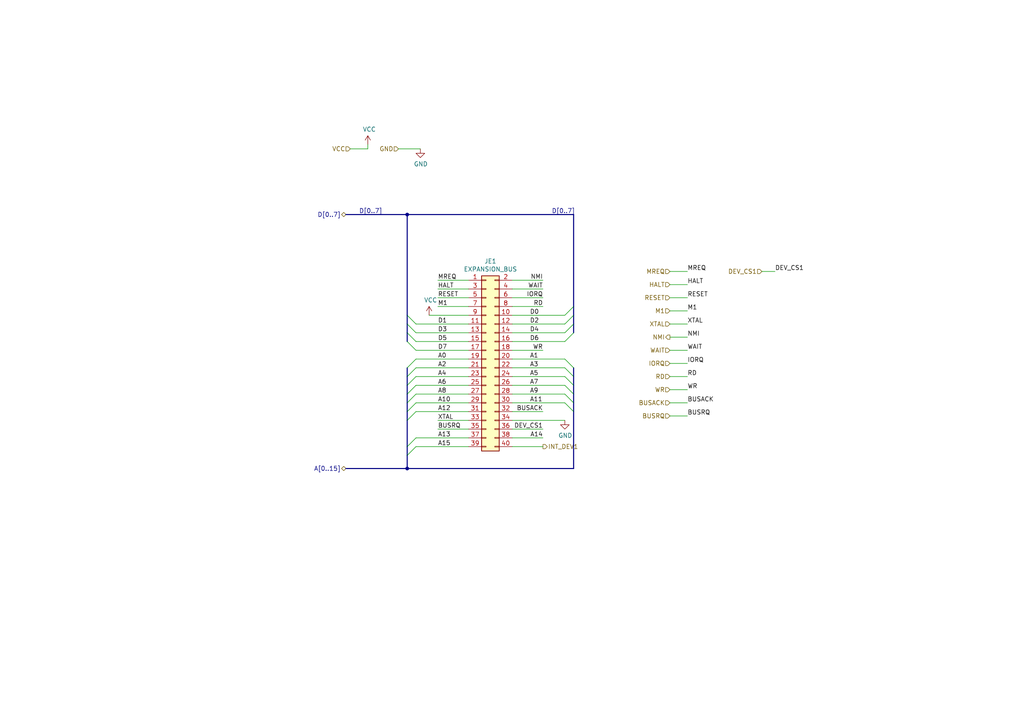
<source format=kicad_sch>
(kicad_sch (version 20211123) (generator eeschema)
  (paper "A4")
  (lib_symbols
    (symbol "Connector_Generic:Conn_02x20_Odd_Even" (pin_names (offset 1.016) hide)
      (property "Reference" "J" (at 1.27 25.4 0))
      (property "Value" "Conn_02x20_Odd_Even" (at 1.27 -27.94 0))
      (symbol "Conn_02x20_Odd_Even_1_1"
        (rectangle (start -1.27 -25.273) (end 0 -25.527) (stroke (width 0.1524)))
        (rectangle (start -1.27 -22.733) (end 0 -22.987) (stroke (width 0.1524)))
        (rectangle (start -1.27 -20.193) (end 0 -20.447) (stroke (width 0.1524)))
        (rectangle (start -1.27 -17.653) (end 0 -17.907) (stroke (width 0.1524)))
        (rectangle (start -1.27 -15.113) (end 0 -15.367) (stroke (width 0.1524)))
        (rectangle (start -1.27 -12.573) (end 0 -12.827) (stroke (width 0.1524)))
        (rectangle (start -1.27 -10.033) (end 0 -10.287) (stroke (width 0.1524)))
        (rectangle (start -1.27 -7.493) (end 0 -7.747) (stroke (width 0.1524)))
        (rectangle (start -1.27 -4.953) (end 0 -5.207) (stroke (width 0.1524)))
        (rectangle (start -1.27 -2.413) (end 0 -2.667) (stroke (width 0.1524)))
        (rectangle (start -1.27 0.127) (end 0 -0.127) (stroke (width 0.1524)))
        (rectangle (start -1.27 2.667) (end 0 2.413) (stroke (width 0.1524)))
        (rectangle (start -1.27 5.207) (end 0 4.953) (stroke (width 0.1524)))
        (rectangle (start -1.27 7.747) (end 0 7.493) (stroke (width 0.1524)))
        (rectangle (start -1.27 10.287) (end 0 10.033) (stroke (width 0.1524)))
        (rectangle (start -1.27 12.827) (end 0 12.573) (stroke (width 0.1524)))
        (rectangle (start -1.27 15.367) (end 0 15.113) (stroke (width 0.1524)))
        (rectangle (start -1.27 17.907) (end 0 17.653) (stroke (width 0.1524)))
        (rectangle (start -1.27 20.447) (end 0 20.193) (stroke (width 0.1524)))
        (rectangle (start -1.27 22.987) (end 0 22.733) (stroke (width 0.1524)))
        (rectangle (start -1.27 24.13) (end 3.81 -26.67) (stroke (width 0.254)) (fill (type background)))
        (rectangle (start 3.81 -25.273) (end 2.54 -25.527) (stroke (width 0.1524)))
        (rectangle (start 3.81 -22.733) (end 2.54 -22.987) (stroke (width 0.1524)))
        (rectangle (start 3.81 -20.193) (end 2.54 -20.447) (stroke (width 0.1524)))
        (rectangle (start 3.81 -17.653) (end 2.54 -17.907) (stroke (width 0.1524)))
        (rectangle (start 3.81 -15.113) (end 2.54 -15.367) (stroke (width 0.1524)))
        (rectangle (start 3.81 -12.573) (end 2.54 -12.827) (stroke (width 0.1524)))
        (rectangle (start 3.81 -10.033) (end 2.54 -10.287) (stroke (width 0.1524)))
        (rectangle (start 3.81 -7.493) (end 2.54 -7.747) (stroke (width 0.1524)))
        (rectangle (start 3.81 -4.953) (end 2.54 -5.207) (stroke (width 0.1524)))
        (rectangle (start 3.81 -2.413) (end 2.54 -2.667) (stroke (width 0.1524)))
        (rectangle (start 3.81 0.127) (end 2.54 -0.127) (stroke (width 0.1524)))
        (rectangle (start 3.81 2.667) (end 2.54 2.413) (stroke (width 0.1524)))
        (rectangle (start 3.81 5.207) (end 2.54 4.953) (stroke (width 0.1524)))
        (rectangle (start 3.81 7.747) (end 2.54 7.493) (stroke (width 0.1524)))
        (rectangle (start 3.81 10.287) (end 2.54 10.033) (stroke (width 0.1524)))
        (rectangle (start 3.81 12.827) (end 2.54 12.573) (stroke (width 0.1524)))
        (rectangle (start 3.81 15.367) (end 2.54 15.113) (stroke (width 0.1524)))
        (rectangle (start 3.81 17.907) (end 2.54 17.653) (stroke (width 0.1524)))
        (rectangle (start 3.81 20.447) (end 2.54 20.193) (stroke (width 0.1524)))
        (rectangle (start 3.81 22.987) (end 2.54 22.733) (stroke (width 0.1524)))
        (pin passive line (at -5.08 22.86 0) (length 3.81) (name "Pin_1") (number "1"))
        (pin passive line (at 7.62 12.7 180) (length 3.81) (name "Pin_10") (number "10"))
        (pin passive line (at -5.08 10.16 0) (length 3.81) (name "Pin_11") (number "11"))
        (pin passive line (at 7.62 10.16 180) (length 3.81) (name "Pin_12") (number "12"))
        (pin passive line (at -5.08 7.62 0) (length 3.81) (name "Pin_13") (number "13"))
        (pin passive line (at 7.62 7.62 180) (length 3.81) (name "Pin_14") (number "14"))
        (pin passive line (at -5.08 5.08 0) (length 3.81) (name "Pin_15") (number "15"))
        (pin passive line (at 7.62 5.08 180) (length 3.81) (name "Pin_16") (number "16"))
        (pin passive line (at -5.08 2.54 0) (length 3.81) (name "Pin_17") (number "17"))
        (pin passive line (at 7.62 2.54 180) (length 3.81) (name "Pin_18") (number "18"))
        (pin passive line (at -5.08 0 0) (length 3.81) (name "Pin_19") (number "19"))
        (pin passive line (at 7.62 22.86 180) (length 3.81) (name "Pin_2") (number "2"))
        (pin passive line (at 7.62 0 180) (length 3.81) (name "Pin_20") (number "20"))
        (pin passive line (at -5.08 -2.54 0) (length 3.81) (name "Pin_21") (number "21"))
        (pin passive line (at 7.62 -2.54 180) (length 3.81) (name "Pin_22") (number "22"))
        (pin passive line (at -5.08 -5.08 0) (length 3.81) (name "Pin_23") (number "23"))
        (pin passive line (at 7.62 -5.08 180) (length 3.81) (name "Pin_24") (number "24"))
        (pin passive line (at -5.08 -7.62 0) (length 3.81) (name "Pin_25") (number "25"))
        (pin passive line (at 7.62 -7.62 180) (length 3.81) (name "Pin_26") (number "26"))
        (pin passive line (at -5.08 -10.16 0) (length 3.81) (name "Pin_27") (number "27"))
        (pin passive line (at 7.62 -10.16 180) (length 3.81) (name "Pin_28") (number "28"))
        (pin passive line (at -5.08 -12.7 0) (length 3.81) (name "Pin_29") (number "29"))
        (pin passive line (at -5.08 20.32 0) (length 3.81) (name "Pin_3") (number "3"))
        (pin passive line (at 7.62 -12.7 180) (length 3.81) (name "Pin_30") (number "30"))
        (pin passive line (at -5.08 -15.24 0) (length 3.81) (name "Pin_31") (number "31"))
        (pin passive line (at 7.62 -15.24 180) (length 3.81) (name "Pin_32") (number "32"))
        (pin passive line (at -5.08 -17.78 0) (length 3.81) (name "Pin_33") (number "33"))
        (pin passive line (at 7.62 -17.78 180) (length 3.81) (name "Pin_34") (number "34"))
        (pin passive line (at -5.08 -20.32 0) (length 3.81) (name "Pin_35") (number "35"))
        (pin passive line (at 7.62 -20.32 180) (length 3.81) (name "Pin_36") (number "36"))
        (pin passive line (at -5.08 -22.86 0) (length 3.81) (name "Pin_37") (number "37"))
        (pin passive line (at 7.62 -22.86 180) (length 3.81) (name "Pin_38") (number "38"))
        (pin passive line (at -5.08 -25.4 0) (length 3.81) (name "Pin_39") (number "39"))
        (pin passive line (at 7.62 20.32 180) (length 3.81) (name "Pin_4") (number "4"))
        (pin passive line (at 7.62 -25.4 180) (length 3.81) (name "Pin_40") (number "40"))
        (pin passive line (at -5.08 17.78 0) (length 3.81) (name "Pin_5") (number "5"))
        (pin passive line (at 7.62 17.78 180) (length 3.81) (name "Pin_6") (number "6"))
        (pin passive line (at -5.08 15.24 0) (length 3.81) (name "Pin_7") (number "7"))
        (pin passive line (at 7.62 15.24 180) (length 3.81) (name "Pin_8") (number "8"))
        (pin passive line (at -5.08 12.7 0) (length 3.81) (name "Pin_9") (number "9"))
      )
    )
    (symbol "power:GND" (power) (pin_names (offset 0))
      (property "Value" "GND" (at 0 -3.81 0))
      (symbol "GND_0_1"
        (polyline (pts (xy 0 0) (xy 0 -1.27) (xy 1.27 -1.27) (xy 0 -2.54) (xy -1.27 -1.27) (xy 0 -1.27)))
      )
      (symbol "GND_1_1"
        (pin power_in line (at 0 0 270) (length 0) hide (name "GND") (number "1"))
      )
    )
    (symbol "power:VCC" (power) (pin_names (offset 0))
      (property "Value" "VCC" (at 0 3.81 0))
      (symbol "VCC_0_1"
        (polyline (pts (xy -0.762 1.27) (xy 0 2.54)))
        (polyline (pts (xy 0 0) (xy 0 2.54)))
        (polyline (pts (xy 0 2.54) (xy 0.762 1.27)))
      )
      (symbol "VCC_1_1"
        (pin power_in line (at 0 0 90) (length 0) hide (name "VCC") (number "1"))
      )
    )
  )
  (junction (at 118.11 135.89))
  (junction (at 118.11 62.23))
  (bus_entry (at 120.65 127) (size -2.54 2.54))
  (bus_entry (at 118.11 132.08) (size 2.54 -2.54))
  (bus_entry (at 118.11 106.68) (size 2.54 -2.54))
  (bus_entry (at 118.11 109.22) (size 2.54 -2.54))
  (bus_entry (at 118.11 111.76) (size 2.54 -2.54))
  (bus_entry (at 118.11 114.3) (size 2.54 -2.54))
  (bus_entry (at 118.11 116.84) (size 2.54 -2.54))
  (bus_entry (at 118.11 119.38) (size 2.54 -2.54))
  (bus_entry (at 118.11 121.92) (size 2.54 -2.54))
  (bus_entry (at 166.37 119.38) (size -2.54 -2.54))
  (bus_entry (at 166.37 106.68) (size -2.54 -2.54))
  (bus_entry (at 166.37 111.76) (size -2.54 -2.54))
  (bus_entry (at 166.37 109.22) (size -2.54 -2.54))
  (bus_entry (at 166.37 114.3) (size -2.54 -2.54))
  (bus_entry (at 166.37 116.84) (size -2.54 -2.54))
  (bus_entry (at 163.83 99.06) (size 2.54 -2.54))
  (bus_entry (at 163.83 96.52) (size 2.54 -2.54))
  (bus_entry (at 163.83 93.98) (size 2.54 -2.54))
  (bus_entry (at 163.83 91.44) (size 2.54 -2.54))
  (bus_entry (at 118.11 99.06) (size 2.54 2.54))
  (bus_entry (at 118.11 96.52) (size 2.54 2.54))
  (bus_entry (at 118.11 91.44) (size 2.54 2.54))
  (bus_entry (at 118.11 93.98) (size 2.54 2.54))
  (wire (pts (xy 120.65 109.22) (xy 135.89 109.22)))
  (bus (pts (xy 100.33 135.89) (xy 118.11 135.89)))
  (bus (pts (xy 166.37 119.38) (xy 166.37 135.89)))
  (wire (pts (xy 135.89 81.28) (xy 127 81.28)))
  (wire (pts (xy 135.89 124.46) (xy 127 124.46)))
  (wire (pts (xy 194.31 109.22) (xy 199.39 109.22)))
  (wire (pts (xy 148.59 116.84) (xy 163.83 116.84)))
  (wire (pts (xy 120.65 99.06) (xy 135.89 99.06)))
  (wire (pts (xy 148.59 121.92) (xy 163.83 121.92)))
  (wire (pts (xy 148.59 129.54) (xy 157.48 129.54)))
  (bus (pts (xy 166.37 111.76) (xy 166.37 114.3)))
  (bus (pts (xy 118.11 106.68) (xy 118.11 109.22)))
  (wire (pts (xy 120.65 127) (xy 135.89 127)))
  (wire (pts (xy 148.59 111.76) (xy 163.83 111.76)))
  (wire (pts (xy 194.31 78.74) (xy 199.39 78.74)))
  (bus (pts (xy 166.37 116.84) (xy 166.37 119.38)))
  (wire (pts (xy 148.59 127) (xy 157.48 127)))
  (wire (pts (xy 135.89 83.82) (xy 127 83.82)))
  (wire (pts (xy 124.46 91.44) (xy 135.89 91.44)))
  (wire (pts (xy 194.31 113.03) (xy 199.39 113.03)))
  (bus (pts (xy 118.11 111.76) (xy 118.11 114.3)))
  (wire (pts (xy 194.31 86.36) (xy 199.39 86.36)))
  (wire (pts (xy 120.65 101.6) (xy 135.89 101.6)))
  (bus (pts (xy 166.37 88.9) (xy 166.37 62.23)))
  (wire (pts (xy 106.68 41.91) (xy 106.68 43.18)))
  (wire (pts (xy 120.65 111.76) (xy 135.89 111.76)))
  (wire (pts (xy 194.31 105.41) (xy 199.39 105.41)))
  (wire (pts (xy 148.59 119.38) (xy 157.48 119.38)))
  (wire (pts (xy 135.89 86.36) (xy 127 86.36)))
  (wire (pts (xy 148.59 96.52) (xy 163.83 96.52)))
  (wire (pts (xy 120.65 106.68) (xy 135.89 106.68)))
  (wire (pts (xy 148.59 83.82) (xy 157.48 83.82)))
  (bus (pts (xy 118.11 91.44) (xy 118.11 93.98)))
  (bus (pts (xy 118.11 119.38) (xy 118.11 121.92)))
  (wire (pts (xy 120.65 96.52) (xy 135.89 96.52)))
  (wire (pts (xy 194.31 82.55) (xy 199.39 82.55)))
  (bus (pts (xy 118.11 129.54) (xy 118.11 132.08)))
  (wire (pts (xy 194.31 90.17) (xy 199.39 90.17)))
  (wire (pts (xy 135.89 121.92) (xy 127 121.92)))
  (bus (pts (xy 118.11 62.23) (xy 166.37 62.23)))
  (bus (pts (xy 118.11 62.23) (xy 118.11 91.44)))
  (bus (pts (xy 118.11 114.3) (xy 118.11 116.84)))
  (bus (pts (xy 166.37 96.52) (xy 166.37 93.98)))
  (wire (pts (xy 120.65 116.84) (xy 135.89 116.84)))
  (wire (pts (xy 120.65 119.38) (xy 135.89 119.38)))
  (wire (pts (xy 148.59 88.9) (xy 157.48 88.9)))
  (bus (pts (xy 118.11 135.89) (xy 166.37 135.89)))
  (wire (pts (xy 106.68 43.18) (xy 101.6 43.18)))
  (wire (pts (xy 148.59 91.44) (xy 163.83 91.44)))
  (wire (pts (xy 148.59 104.14) (xy 163.83 104.14)))
  (wire (pts (xy 194.31 120.65) (xy 199.39 120.65)))
  (wire (pts (xy 148.59 81.28) (xy 157.48 81.28)))
  (wire (pts (xy 148.59 101.6) (xy 157.48 101.6)))
  (wire (pts (xy 120.65 129.54) (xy 135.89 129.54)))
  (wire (pts (xy 148.59 114.3) (xy 163.83 114.3)))
  (wire (pts (xy 148.59 124.46) (xy 157.48 124.46)))
  (bus (pts (xy 166.37 93.98) (xy 166.37 91.44)))
  (wire (pts (xy 120.65 114.3) (xy 135.89 114.3)))
  (bus (pts (xy 118.11 93.98) (xy 118.11 96.52)))
  (wire (pts (xy 120.65 93.98) (xy 135.89 93.98)))
  (bus (pts (xy 166.37 91.44) (xy 166.37 88.9)))
  (bus (pts (xy 118.11 116.84) (xy 118.11 119.38)))
  (wire (pts (xy 194.31 97.79) (xy 199.39 97.79)))
  (bus (pts (xy 166.37 114.3) (xy 166.37 116.84)))
  (wire (pts (xy 148.59 86.36) (xy 157.48 86.36)))
  (wire (pts (xy 148.59 99.06) (xy 163.83 99.06)))
  (wire (pts (xy 148.59 93.98) (xy 163.83 93.98)))
  (wire (pts (xy 148.59 109.22) (xy 163.83 109.22)))
  (wire (pts (xy 194.31 101.6) (xy 199.39 101.6)))
  (bus (pts (xy 166.37 106.68) (xy 166.37 109.22)))
  (bus (pts (xy 118.11 121.92) (xy 118.11 129.54)))
  (wire (pts (xy 115.57 43.18) (xy 121.92 43.18)))
  (bus (pts (xy 166.37 109.22) (xy 166.37 111.76)))
  (wire (pts (xy 194.31 116.84) (xy 199.39 116.84)))
  (bus (pts (xy 100.33 62.23) (xy 118.11 62.23)))
  (wire (pts (xy 194.31 93.98) (xy 199.39 93.98)))
  (wire (pts (xy 220.98 78.74) (xy 224.79 78.74)))
  (wire (pts (xy 148.59 106.68) (xy 163.83 106.68)))
  (bus (pts (xy 118.11 96.52) (xy 118.11 99.06)))
  (wire (pts (xy 120.65 104.14) (xy 135.89 104.14)))
  (wire (pts (xy 135.89 88.9) (xy 127 88.9)))
  (bus (pts (xy 118.11 132.08) (xy 118.11 135.89)))
  (bus (pts (xy 118.11 109.22) (xy 118.11 111.76)))
  (label "XTAL" (at 127 121.92 0))
  (label "A11" (at 153.67 116.84 0))
  (label "RD" (at 157.48 88.9 180))
  (label "D[0..7]" (at 104.14 62.23 0))
  (label "M1" (at 127 88.9 0))
  (label "NMI" (at 199.39 97.79 0))
  (label "WAIT" (at 157.48 83.82 180))
  (label "WR" (at 199.39 113.03 0))
  (label "A5" (at 153.67 109.22 0))
  (label "BUSRQ" (at 127 124.46 0))
  (label "M1" (at 199.39 90.17 0))
  (label "RESET" (at 199.39 86.36 0))
  (label "RD" (at 199.39 109.22 0))
  (label "D3" (at 127 96.52 0))
  (label "HALT" (at 127 83.82 0))
  (label "A10" (at 127 116.84 0))
  (label "A13" (at 127 127 0))
  (label "D6" (at 153.67 99.06 0))
  (label "A8" (at 127 114.3 0))
  (label "MREQ" (at 127 81.28 0))
  (label "A14" (at 157.48 127 180))
  (label "D0" (at 153.67 91.44 0))
  (label "A6" (at 127 111.76 0))
  (label "BUSACK" (at 199.39 116.84 0))
  (label "D7" (at 127 101.6 0))
  (label "D2" (at 153.67 93.98 0))
  (label "WAIT" (at 199.39 101.6 0))
  (label "D1" (at 127 93.98 0))
  (label "NMI" (at 157.48 81.28 180))
  (label "BUSRQ" (at 199.39 120.65 0))
  (label "HALT" (at 199.39 82.55 0))
  (label "A7" (at 153.67 111.76 0))
  (label "A0" (at 127 104.14 0))
  (label "DEV_CS1" (at 224.79 78.74 0))
  (label "A9" (at 153.67 114.3 0))
  (label "XTAL" (at 199.39 93.98 0))
  (label "A1" (at 153.67 104.14 0))
  (label "BUSACK" (at 157.48 119.38 180))
  (label "A3" (at 153.67 106.68 0))
  (label "RESET" (at 127 86.36 0))
  (label "A12" (at 127 119.38 0))
  (label "IORQ" (at 199.39 105.41 0))
  (label "A15" (at 127 129.54 0))
  (label "A2" (at 127 106.68 0))
  (label "WR" (at 157.48 101.6 180))
  (label "D4" (at 153.67 96.52 0))
  (label "MREQ" (at 199.39 78.74 0))
  (label "IORQ" (at 157.48 86.36 180))
  (label "D5" (at 127 99.06 0))
  (label "DEV_CS1" (at 157.48 124.46 180))
  (label "A4" (at 127 109.22 0))
  (label "D[0..7]" (at 160.02 62.23 0))
  (hierarchical_label "M1" (shape input) (at 194.31 90.17 180))
  (hierarchical_label "GND" (shape input) (at 115.57 43.18 180))
  (hierarchical_label "XTAL" (shape input) (at 194.31 93.98 180))
  (hierarchical_label "VCC" (shape input) (at 101.6 43.18 180))
  (hierarchical_label "RESET" (shape input) (at 194.31 86.36 180))
  (hierarchical_label "INT_DEV1" (shape output) (at 157.48 129.54 0))
  (hierarchical_label "DEV_CS1" (shape input) (at 220.98 78.74 180))
  (hierarchical_label "IORQ" (shape input) (at 194.31 105.41 180))
  (hierarchical_label "WAIT" (shape input) (at 194.31 101.6 180))
  (hierarchical_label "A[0..15]" (shape bidirectional) (at 100.33 135.89 180))
  (hierarchical_label "NMI" (shape output) (at 194.31 97.79 180))
  (hierarchical_label "RD" (shape input) (at 194.31 109.22 180))
  (hierarchical_label "MREQ" (shape input) (at 194.31 78.74 180))
  (hierarchical_label "D[0..7]" (shape bidirectional) (at 100.33 62.23 180))
  (hierarchical_label "BUSRQ" (shape input) (at 194.31 120.65 180))
  (hierarchical_label "WR" (shape input) (at 194.31 113.03 180))
  (hierarchical_label "BUSACK" (shape input) (at 194.31 116.84 180))
  (hierarchical_label "HALT" (shape input) (at 194.31 82.55 180))
  (symbol (lib_id "power:GND") (at 121.92 43.18 0) (unit 1)
    (property "Reference" "#PWR066" (effects hide))
    (property "Value" "GND" (at 122.047 47.5742 0))
  )
  (symbol (lib_id "power:VCC") (at 106.68 41.91 0) (unit 1)
    (property "Reference" "#PWR065" (effects hide))
    (property "Value" "VCC" (at 107.1118 37.5158 0))
  )
  (symbol (lib_id "power:VCC") (at 124.46 91.44 0) (unit 1)
    (property "Reference" "#PWR067" (effects hide))
    (property "Value" "VCC" (at 124.8918 87.0458 0))
  )
  (symbol (lib_id "power:GND") (at 163.83 121.92 0) (unit 1)
    (property "Reference" "#PWR068" (effects hide))
    (property "Value" "GND" (at 163.957 126.3142 0))
  )
  (symbol (lib_id "Connector_Generic:Conn_02x20_Odd_Even") (at 140.97 104.14 0) (unit 1)
    (property "Reference" "JE1" (at 142.24 75.7682 0))
    (property "Value" "EXPANSION_BUS" (at 142.24 78.0796 0))
    (property "Footprint" "Connector_PCBEdge:EdgeConector_40pin" (effects hide))
  )
)
</source>
